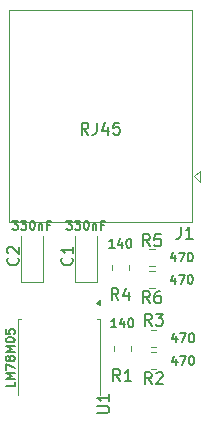
<source format=gto>
%TF.GenerationSoftware,KiCad,Pcbnew,8.0.4*%
%TF.CreationDate,2024-08-22T22:44:09+01:00*%
%TF.ProjectId,PicoChainTerminator,5069636f-4368-4616-996e-5465726d696e,v1.1*%
%TF.SameCoordinates,Original*%
%TF.FileFunction,Legend,Top*%
%TF.FilePolarity,Positive*%
%FSLAX46Y46*%
G04 Gerber Fmt 4.6, Leading zero omitted, Abs format (unit mm)*
G04 Created by KiCad (PCBNEW 8.0.4) date 2024-08-22 22:44:09*
%MOMM*%
%LPD*%
G01*
G04 APERTURE LIST*
%ADD10C,0.150000*%
%ADD11C,0.120000*%
G04 APERTURE END LIST*
D10*
X102726333Y-89598819D02*
X102393000Y-89122628D01*
X102154905Y-89598819D02*
X102154905Y-88598819D01*
X102154905Y-88598819D02*
X102535857Y-88598819D01*
X102535857Y-88598819D02*
X102631095Y-88646438D01*
X102631095Y-88646438D02*
X102678714Y-88694057D01*
X102678714Y-88694057D02*
X102726333Y-88789295D01*
X102726333Y-88789295D02*
X102726333Y-88932152D01*
X102726333Y-88932152D02*
X102678714Y-89027390D01*
X102678714Y-89027390D02*
X102631095Y-89075009D01*
X102631095Y-89075009D02*
X102535857Y-89122628D01*
X102535857Y-89122628D02*
X102154905Y-89122628D01*
X103583476Y-88598819D02*
X103393000Y-88598819D01*
X103393000Y-88598819D02*
X103297762Y-88646438D01*
X103297762Y-88646438D02*
X103250143Y-88694057D01*
X103250143Y-88694057D02*
X103154905Y-88836914D01*
X103154905Y-88836914D02*
X103107286Y-89027390D01*
X103107286Y-89027390D02*
X103107286Y-89408342D01*
X103107286Y-89408342D02*
X103154905Y-89503580D01*
X103154905Y-89503580D02*
X103202524Y-89551200D01*
X103202524Y-89551200D02*
X103297762Y-89598819D01*
X103297762Y-89598819D02*
X103488238Y-89598819D01*
X103488238Y-89598819D02*
X103583476Y-89551200D01*
X103583476Y-89551200D02*
X103631095Y-89503580D01*
X103631095Y-89503580D02*
X103678714Y-89408342D01*
X103678714Y-89408342D02*
X103678714Y-89170247D01*
X103678714Y-89170247D02*
X103631095Y-89075009D01*
X103631095Y-89075009D02*
X103583476Y-89027390D01*
X103583476Y-89027390D02*
X103488238Y-88979771D01*
X103488238Y-88979771D02*
X103297762Y-88979771D01*
X103297762Y-88979771D02*
X103202524Y-89027390D01*
X103202524Y-89027390D02*
X103154905Y-89075009D01*
X103154905Y-89075009D02*
X103107286Y-89170247D01*
X104838571Y-87469164D02*
X104838571Y-87969164D01*
X104659999Y-87183450D02*
X104481428Y-87719164D01*
X104481428Y-87719164D02*
X104945713Y-87719164D01*
X105159999Y-87219164D02*
X105659999Y-87219164D01*
X105659999Y-87219164D02*
X105338571Y-87969164D01*
X106088571Y-87219164D02*
X106160000Y-87219164D01*
X106160000Y-87219164D02*
X106231428Y-87254878D01*
X106231428Y-87254878D02*
X106267143Y-87290592D01*
X106267143Y-87290592D02*
X106302857Y-87362021D01*
X106302857Y-87362021D02*
X106338571Y-87504878D01*
X106338571Y-87504878D02*
X106338571Y-87683450D01*
X106338571Y-87683450D02*
X106302857Y-87826307D01*
X106302857Y-87826307D02*
X106267143Y-87897735D01*
X106267143Y-87897735D02*
X106231428Y-87933450D01*
X106231428Y-87933450D02*
X106160000Y-87969164D01*
X106160000Y-87969164D02*
X106088571Y-87969164D01*
X106088571Y-87969164D02*
X106017143Y-87933450D01*
X106017143Y-87933450D02*
X105981428Y-87897735D01*
X105981428Y-87897735D02*
X105945714Y-87826307D01*
X105945714Y-87826307D02*
X105910000Y-87683450D01*
X105910000Y-87683450D02*
X105910000Y-87504878D01*
X105910000Y-87504878D02*
X105945714Y-87362021D01*
X105945714Y-87362021D02*
X105981428Y-87290592D01*
X105981428Y-87290592D02*
X106017143Y-87254878D01*
X106017143Y-87254878D02*
X106088571Y-87219164D01*
X96117580Y-85764666D02*
X96165200Y-85812285D01*
X96165200Y-85812285D02*
X96212819Y-85955142D01*
X96212819Y-85955142D02*
X96212819Y-86050380D01*
X96212819Y-86050380D02*
X96165200Y-86193237D01*
X96165200Y-86193237D02*
X96069961Y-86288475D01*
X96069961Y-86288475D02*
X95974723Y-86336094D01*
X95974723Y-86336094D02*
X95784247Y-86383713D01*
X95784247Y-86383713D02*
X95641390Y-86383713D01*
X95641390Y-86383713D02*
X95450914Y-86336094D01*
X95450914Y-86336094D02*
X95355676Y-86288475D01*
X95355676Y-86288475D02*
X95260438Y-86193237D01*
X95260438Y-86193237D02*
X95212819Y-86050380D01*
X95212819Y-86050380D02*
X95212819Y-85955142D01*
X95212819Y-85955142D02*
X95260438Y-85812285D01*
X95260438Y-85812285D02*
X95308057Y-85764666D01*
X96212819Y-84812285D02*
X96212819Y-85383713D01*
X96212819Y-85097999D02*
X95212819Y-85097999D01*
X95212819Y-85097999D02*
X95355676Y-85193237D01*
X95355676Y-85193237D02*
X95450914Y-85288475D01*
X95450914Y-85288475D02*
X95498533Y-85383713D01*
X95656999Y-82647164D02*
X96121285Y-82647164D01*
X96121285Y-82647164D02*
X95871285Y-82932878D01*
X95871285Y-82932878D02*
X95978428Y-82932878D01*
X95978428Y-82932878D02*
X96049857Y-82968592D01*
X96049857Y-82968592D02*
X96085571Y-83004307D01*
X96085571Y-83004307D02*
X96121285Y-83075735D01*
X96121285Y-83075735D02*
X96121285Y-83254307D01*
X96121285Y-83254307D02*
X96085571Y-83325735D01*
X96085571Y-83325735D02*
X96049857Y-83361450D01*
X96049857Y-83361450D02*
X95978428Y-83397164D01*
X95978428Y-83397164D02*
X95764142Y-83397164D01*
X95764142Y-83397164D02*
X95692714Y-83361450D01*
X95692714Y-83361450D02*
X95656999Y-83325735D01*
X96371285Y-82647164D02*
X96835571Y-82647164D01*
X96835571Y-82647164D02*
X96585571Y-82932878D01*
X96585571Y-82932878D02*
X96692714Y-82932878D01*
X96692714Y-82932878D02*
X96764143Y-82968592D01*
X96764143Y-82968592D02*
X96799857Y-83004307D01*
X96799857Y-83004307D02*
X96835571Y-83075735D01*
X96835571Y-83075735D02*
X96835571Y-83254307D01*
X96835571Y-83254307D02*
X96799857Y-83325735D01*
X96799857Y-83325735D02*
X96764143Y-83361450D01*
X96764143Y-83361450D02*
X96692714Y-83397164D01*
X96692714Y-83397164D02*
X96478428Y-83397164D01*
X96478428Y-83397164D02*
X96407000Y-83361450D01*
X96407000Y-83361450D02*
X96371285Y-83325735D01*
X97299857Y-82647164D02*
X97371286Y-82647164D01*
X97371286Y-82647164D02*
X97442714Y-82682878D01*
X97442714Y-82682878D02*
X97478429Y-82718592D01*
X97478429Y-82718592D02*
X97514143Y-82790021D01*
X97514143Y-82790021D02*
X97549857Y-82932878D01*
X97549857Y-82932878D02*
X97549857Y-83111450D01*
X97549857Y-83111450D02*
X97514143Y-83254307D01*
X97514143Y-83254307D02*
X97478429Y-83325735D01*
X97478429Y-83325735D02*
X97442714Y-83361450D01*
X97442714Y-83361450D02*
X97371286Y-83397164D01*
X97371286Y-83397164D02*
X97299857Y-83397164D01*
X97299857Y-83397164D02*
X97228429Y-83361450D01*
X97228429Y-83361450D02*
X97192714Y-83325735D01*
X97192714Y-83325735D02*
X97157000Y-83254307D01*
X97157000Y-83254307D02*
X97121286Y-83111450D01*
X97121286Y-83111450D02*
X97121286Y-82932878D01*
X97121286Y-82932878D02*
X97157000Y-82790021D01*
X97157000Y-82790021D02*
X97192714Y-82718592D01*
X97192714Y-82718592D02*
X97228429Y-82682878D01*
X97228429Y-82682878D02*
X97299857Y-82647164D01*
X97871286Y-82897164D02*
X97871286Y-83397164D01*
X97871286Y-82968592D02*
X97907000Y-82932878D01*
X97907000Y-82932878D02*
X97978429Y-82897164D01*
X97978429Y-82897164D02*
X98085572Y-82897164D01*
X98085572Y-82897164D02*
X98157000Y-82932878D01*
X98157000Y-82932878D02*
X98192715Y-83004307D01*
X98192715Y-83004307D02*
X98192715Y-83397164D01*
X98799857Y-83004307D02*
X98549857Y-83004307D01*
X98549857Y-83397164D02*
X98549857Y-82647164D01*
X98549857Y-82647164D02*
X98907000Y-82647164D01*
X91545580Y-85764666D02*
X91593200Y-85812285D01*
X91593200Y-85812285D02*
X91640819Y-85955142D01*
X91640819Y-85955142D02*
X91640819Y-86050380D01*
X91640819Y-86050380D02*
X91593200Y-86193237D01*
X91593200Y-86193237D02*
X91497961Y-86288475D01*
X91497961Y-86288475D02*
X91402723Y-86336094D01*
X91402723Y-86336094D02*
X91212247Y-86383713D01*
X91212247Y-86383713D02*
X91069390Y-86383713D01*
X91069390Y-86383713D02*
X90878914Y-86336094D01*
X90878914Y-86336094D02*
X90783676Y-86288475D01*
X90783676Y-86288475D02*
X90688438Y-86193237D01*
X90688438Y-86193237D02*
X90640819Y-86050380D01*
X90640819Y-86050380D02*
X90640819Y-85955142D01*
X90640819Y-85955142D02*
X90688438Y-85812285D01*
X90688438Y-85812285D02*
X90736057Y-85764666D01*
X90736057Y-85383713D02*
X90688438Y-85336094D01*
X90688438Y-85336094D02*
X90640819Y-85240856D01*
X90640819Y-85240856D02*
X90640819Y-85002761D01*
X90640819Y-85002761D02*
X90688438Y-84907523D01*
X90688438Y-84907523D02*
X90736057Y-84859904D01*
X90736057Y-84859904D02*
X90831295Y-84812285D01*
X90831295Y-84812285D02*
X90926533Y-84812285D01*
X90926533Y-84812285D02*
X91069390Y-84859904D01*
X91069390Y-84859904D02*
X91640819Y-85431332D01*
X91640819Y-85431332D02*
X91640819Y-84812285D01*
X91084999Y-82647164D02*
X91549285Y-82647164D01*
X91549285Y-82647164D02*
X91299285Y-82932878D01*
X91299285Y-82932878D02*
X91406428Y-82932878D01*
X91406428Y-82932878D02*
X91477857Y-82968592D01*
X91477857Y-82968592D02*
X91513571Y-83004307D01*
X91513571Y-83004307D02*
X91549285Y-83075735D01*
X91549285Y-83075735D02*
X91549285Y-83254307D01*
X91549285Y-83254307D02*
X91513571Y-83325735D01*
X91513571Y-83325735D02*
X91477857Y-83361450D01*
X91477857Y-83361450D02*
X91406428Y-83397164D01*
X91406428Y-83397164D02*
X91192142Y-83397164D01*
X91192142Y-83397164D02*
X91120714Y-83361450D01*
X91120714Y-83361450D02*
X91084999Y-83325735D01*
X91799285Y-82647164D02*
X92263571Y-82647164D01*
X92263571Y-82647164D02*
X92013571Y-82932878D01*
X92013571Y-82932878D02*
X92120714Y-82932878D01*
X92120714Y-82932878D02*
X92192143Y-82968592D01*
X92192143Y-82968592D02*
X92227857Y-83004307D01*
X92227857Y-83004307D02*
X92263571Y-83075735D01*
X92263571Y-83075735D02*
X92263571Y-83254307D01*
X92263571Y-83254307D02*
X92227857Y-83325735D01*
X92227857Y-83325735D02*
X92192143Y-83361450D01*
X92192143Y-83361450D02*
X92120714Y-83397164D01*
X92120714Y-83397164D02*
X91906428Y-83397164D01*
X91906428Y-83397164D02*
X91835000Y-83361450D01*
X91835000Y-83361450D02*
X91799285Y-83325735D01*
X92727857Y-82647164D02*
X92799286Y-82647164D01*
X92799286Y-82647164D02*
X92870714Y-82682878D01*
X92870714Y-82682878D02*
X92906429Y-82718592D01*
X92906429Y-82718592D02*
X92942143Y-82790021D01*
X92942143Y-82790021D02*
X92977857Y-82932878D01*
X92977857Y-82932878D02*
X92977857Y-83111450D01*
X92977857Y-83111450D02*
X92942143Y-83254307D01*
X92942143Y-83254307D02*
X92906429Y-83325735D01*
X92906429Y-83325735D02*
X92870714Y-83361450D01*
X92870714Y-83361450D02*
X92799286Y-83397164D01*
X92799286Y-83397164D02*
X92727857Y-83397164D01*
X92727857Y-83397164D02*
X92656429Y-83361450D01*
X92656429Y-83361450D02*
X92620714Y-83325735D01*
X92620714Y-83325735D02*
X92585000Y-83254307D01*
X92585000Y-83254307D02*
X92549286Y-83111450D01*
X92549286Y-83111450D02*
X92549286Y-82932878D01*
X92549286Y-82932878D02*
X92585000Y-82790021D01*
X92585000Y-82790021D02*
X92620714Y-82718592D01*
X92620714Y-82718592D02*
X92656429Y-82682878D01*
X92656429Y-82682878D02*
X92727857Y-82647164D01*
X93299286Y-82897164D02*
X93299286Y-83397164D01*
X93299286Y-82968592D02*
X93335000Y-82932878D01*
X93335000Y-82932878D02*
X93406429Y-82897164D01*
X93406429Y-82897164D02*
X93513572Y-82897164D01*
X93513572Y-82897164D02*
X93585000Y-82932878D01*
X93585000Y-82932878D02*
X93620715Y-83004307D01*
X93620715Y-83004307D02*
X93620715Y-83397164D01*
X94227857Y-83004307D02*
X93977857Y-83004307D01*
X93977857Y-83397164D02*
X93977857Y-82647164D01*
X93977857Y-82647164D02*
X94335000Y-82647164D01*
X100059333Y-89344819D02*
X99726000Y-88868628D01*
X99487905Y-89344819D02*
X99487905Y-88344819D01*
X99487905Y-88344819D02*
X99868857Y-88344819D01*
X99868857Y-88344819D02*
X99964095Y-88392438D01*
X99964095Y-88392438D02*
X100011714Y-88440057D01*
X100011714Y-88440057D02*
X100059333Y-88535295D01*
X100059333Y-88535295D02*
X100059333Y-88678152D01*
X100059333Y-88678152D02*
X100011714Y-88773390D01*
X100011714Y-88773390D02*
X99964095Y-88821009D01*
X99964095Y-88821009D02*
X99868857Y-88868628D01*
X99868857Y-88868628D02*
X99487905Y-88868628D01*
X100916476Y-88678152D02*
X100916476Y-89344819D01*
X100678381Y-88297200D02*
X100440286Y-89011485D01*
X100440286Y-89011485D02*
X101059333Y-89011485D01*
X99725999Y-84911164D02*
X99297428Y-84911164D01*
X99511713Y-84911164D02*
X99511713Y-84161164D01*
X99511713Y-84161164D02*
X99440285Y-84268307D01*
X99440285Y-84268307D02*
X99368856Y-84339735D01*
X99368856Y-84339735D02*
X99297428Y-84375450D01*
X100368857Y-84411164D02*
X100368857Y-84911164D01*
X100190285Y-84125450D02*
X100011714Y-84661164D01*
X100011714Y-84661164D02*
X100475999Y-84661164D01*
X100904571Y-84161164D02*
X100976000Y-84161164D01*
X100976000Y-84161164D02*
X101047428Y-84196878D01*
X101047428Y-84196878D02*
X101083143Y-84232592D01*
X101083143Y-84232592D02*
X101118857Y-84304021D01*
X101118857Y-84304021D02*
X101154571Y-84446878D01*
X101154571Y-84446878D02*
X101154571Y-84625450D01*
X101154571Y-84625450D02*
X101118857Y-84768307D01*
X101118857Y-84768307D02*
X101083143Y-84839735D01*
X101083143Y-84839735D02*
X101047428Y-84875450D01*
X101047428Y-84875450D02*
X100976000Y-84911164D01*
X100976000Y-84911164D02*
X100904571Y-84911164D01*
X100904571Y-84911164D02*
X100833143Y-84875450D01*
X100833143Y-84875450D02*
X100797428Y-84839735D01*
X100797428Y-84839735D02*
X100761714Y-84768307D01*
X100761714Y-84768307D02*
X100726000Y-84625450D01*
X100726000Y-84625450D02*
X100726000Y-84446878D01*
X100726000Y-84446878D02*
X100761714Y-84304021D01*
X100761714Y-84304021D02*
X100797428Y-84232592D01*
X100797428Y-84232592D02*
X100833143Y-84196878D01*
X100833143Y-84196878D02*
X100904571Y-84161164D01*
X98283819Y-98901904D02*
X99093342Y-98901904D01*
X99093342Y-98901904D02*
X99188580Y-98854285D01*
X99188580Y-98854285D02*
X99236200Y-98806666D01*
X99236200Y-98806666D02*
X99283819Y-98711428D01*
X99283819Y-98711428D02*
X99283819Y-98520952D01*
X99283819Y-98520952D02*
X99236200Y-98425714D01*
X99236200Y-98425714D02*
X99188580Y-98378095D01*
X99188580Y-98378095D02*
X99093342Y-98330476D01*
X99093342Y-98330476D02*
X98283819Y-98330476D01*
X99283819Y-97330476D02*
X99283819Y-97901904D01*
X99283819Y-97616190D02*
X98283819Y-97616190D01*
X98283819Y-97616190D02*
X98426676Y-97711428D01*
X98426676Y-97711428D02*
X98521914Y-97806666D01*
X98521914Y-97806666D02*
X98569533Y-97901904D01*
X91271164Y-96287571D02*
X91271164Y-96644714D01*
X91271164Y-96644714D02*
X90521164Y-96644714D01*
X91271164Y-96037571D02*
X90521164Y-96037571D01*
X90521164Y-96037571D02*
X91056878Y-95787571D01*
X91056878Y-95787571D02*
X90521164Y-95537571D01*
X90521164Y-95537571D02*
X91271164Y-95537571D01*
X90521164Y-95251857D02*
X90521164Y-94751857D01*
X90521164Y-94751857D02*
X91271164Y-95073285D01*
X90842592Y-94358999D02*
X90806878Y-94430428D01*
X90806878Y-94430428D02*
X90771164Y-94466142D01*
X90771164Y-94466142D02*
X90699735Y-94501856D01*
X90699735Y-94501856D02*
X90664021Y-94501856D01*
X90664021Y-94501856D02*
X90592592Y-94466142D01*
X90592592Y-94466142D02*
X90556878Y-94430428D01*
X90556878Y-94430428D02*
X90521164Y-94358999D01*
X90521164Y-94358999D02*
X90521164Y-94216142D01*
X90521164Y-94216142D02*
X90556878Y-94144714D01*
X90556878Y-94144714D02*
X90592592Y-94108999D01*
X90592592Y-94108999D02*
X90664021Y-94073285D01*
X90664021Y-94073285D02*
X90699735Y-94073285D01*
X90699735Y-94073285D02*
X90771164Y-94108999D01*
X90771164Y-94108999D02*
X90806878Y-94144714D01*
X90806878Y-94144714D02*
X90842592Y-94216142D01*
X90842592Y-94216142D02*
X90842592Y-94358999D01*
X90842592Y-94358999D02*
X90878307Y-94430428D01*
X90878307Y-94430428D02*
X90914021Y-94466142D01*
X90914021Y-94466142D02*
X90985450Y-94501856D01*
X90985450Y-94501856D02*
X91128307Y-94501856D01*
X91128307Y-94501856D02*
X91199735Y-94466142D01*
X91199735Y-94466142D02*
X91235450Y-94430428D01*
X91235450Y-94430428D02*
X91271164Y-94358999D01*
X91271164Y-94358999D02*
X91271164Y-94216142D01*
X91271164Y-94216142D02*
X91235450Y-94144714D01*
X91235450Y-94144714D02*
X91199735Y-94108999D01*
X91199735Y-94108999D02*
X91128307Y-94073285D01*
X91128307Y-94073285D02*
X90985450Y-94073285D01*
X90985450Y-94073285D02*
X90914021Y-94108999D01*
X90914021Y-94108999D02*
X90878307Y-94144714D01*
X90878307Y-94144714D02*
X90842592Y-94216142D01*
X91271164Y-93751856D02*
X90521164Y-93751856D01*
X90521164Y-93751856D02*
X91056878Y-93501856D01*
X91056878Y-93501856D02*
X90521164Y-93251856D01*
X90521164Y-93251856D02*
X91271164Y-93251856D01*
X90521164Y-92751856D02*
X90521164Y-92680427D01*
X90521164Y-92680427D02*
X90556878Y-92608999D01*
X90556878Y-92608999D02*
X90592592Y-92573285D01*
X90592592Y-92573285D02*
X90664021Y-92537570D01*
X90664021Y-92537570D02*
X90806878Y-92501856D01*
X90806878Y-92501856D02*
X90985450Y-92501856D01*
X90985450Y-92501856D02*
X91128307Y-92537570D01*
X91128307Y-92537570D02*
X91199735Y-92573285D01*
X91199735Y-92573285D02*
X91235450Y-92608999D01*
X91235450Y-92608999D02*
X91271164Y-92680427D01*
X91271164Y-92680427D02*
X91271164Y-92751856D01*
X91271164Y-92751856D02*
X91235450Y-92823285D01*
X91235450Y-92823285D02*
X91199735Y-92858999D01*
X91199735Y-92858999D02*
X91128307Y-92894713D01*
X91128307Y-92894713D02*
X90985450Y-92930427D01*
X90985450Y-92930427D02*
X90806878Y-92930427D01*
X90806878Y-92930427D02*
X90664021Y-92894713D01*
X90664021Y-92894713D02*
X90592592Y-92858999D01*
X90592592Y-92858999D02*
X90556878Y-92823285D01*
X90556878Y-92823285D02*
X90521164Y-92751856D01*
X90521164Y-91823284D02*
X90521164Y-92180427D01*
X90521164Y-92180427D02*
X90878307Y-92216141D01*
X90878307Y-92216141D02*
X90842592Y-92180427D01*
X90842592Y-92180427D02*
X90806878Y-92108999D01*
X90806878Y-92108999D02*
X90806878Y-91930427D01*
X90806878Y-91930427D02*
X90842592Y-91858999D01*
X90842592Y-91858999D02*
X90878307Y-91823284D01*
X90878307Y-91823284D02*
X90949735Y-91787570D01*
X90949735Y-91787570D02*
X91128307Y-91787570D01*
X91128307Y-91787570D02*
X91199735Y-91823284D01*
X91199735Y-91823284D02*
X91235450Y-91858999D01*
X91235450Y-91858999D02*
X91271164Y-91930427D01*
X91271164Y-91930427D02*
X91271164Y-92108999D01*
X91271164Y-92108999D02*
X91235450Y-92180427D01*
X91235450Y-92180427D02*
X91199735Y-92216141D01*
X102876833Y-96456819D02*
X102543500Y-95980628D01*
X102305405Y-96456819D02*
X102305405Y-95456819D01*
X102305405Y-95456819D02*
X102686357Y-95456819D01*
X102686357Y-95456819D02*
X102781595Y-95504438D01*
X102781595Y-95504438D02*
X102829214Y-95552057D01*
X102829214Y-95552057D02*
X102876833Y-95647295D01*
X102876833Y-95647295D02*
X102876833Y-95790152D01*
X102876833Y-95790152D02*
X102829214Y-95885390D01*
X102829214Y-95885390D02*
X102781595Y-95933009D01*
X102781595Y-95933009D02*
X102686357Y-95980628D01*
X102686357Y-95980628D02*
X102305405Y-95980628D01*
X103257786Y-95552057D02*
X103305405Y-95504438D01*
X103305405Y-95504438D02*
X103400643Y-95456819D01*
X103400643Y-95456819D02*
X103638738Y-95456819D01*
X103638738Y-95456819D02*
X103733976Y-95504438D01*
X103733976Y-95504438D02*
X103781595Y-95552057D01*
X103781595Y-95552057D02*
X103829214Y-95647295D01*
X103829214Y-95647295D02*
X103829214Y-95742533D01*
X103829214Y-95742533D02*
X103781595Y-95885390D01*
X103781595Y-95885390D02*
X103210167Y-96456819D01*
X103210167Y-96456819D02*
X103829214Y-96456819D01*
X104965571Y-94327164D02*
X104965571Y-94827164D01*
X104786999Y-94041450D02*
X104608428Y-94577164D01*
X104608428Y-94577164D02*
X105072713Y-94577164D01*
X105286999Y-94077164D02*
X105786999Y-94077164D01*
X105786999Y-94077164D02*
X105465571Y-94827164D01*
X106215571Y-94077164D02*
X106287000Y-94077164D01*
X106287000Y-94077164D02*
X106358428Y-94112878D01*
X106358428Y-94112878D02*
X106394143Y-94148592D01*
X106394143Y-94148592D02*
X106429857Y-94220021D01*
X106429857Y-94220021D02*
X106465571Y-94362878D01*
X106465571Y-94362878D02*
X106465571Y-94541450D01*
X106465571Y-94541450D02*
X106429857Y-94684307D01*
X106429857Y-94684307D02*
X106394143Y-94755735D01*
X106394143Y-94755735D02*
X106358428Y-94791450D01*
X106358428Y-94791450D02*
X106287000Y-94827164D01*
X106287000Y-94827164D02*
X106215571Y-94827164D01*
X106215571Y-94827164D02*
X106144143Y-94791450D01*
X106144143Y-94791450D02*
X106108428Y-94755735D01*
X106108428Y-94755735D02*
X106072714Y-94684307D01*
X106072714Y-94684307D02*
X106037000Y-94541450D01*
X106037000Y-94541450D02*
X106037000Y-94362878D01*
X106037000Y-94362878D02*
X106072714Y-94220021D01*
X106072714Y-94220021D02*
X106108428Y-94148592D01*
X106108428Y-94148592D02*
X106144143Y-94112878D01*
X106144143Y-94112878D02*
X106215571Y-94077164D01*
X102876833Y-91503819D02*
X102543500Y-91027628D01*
X102305405Y-91503819D02*
X102305405Y-90503819D01*
X102305405Y-90503819D02*
X102686357Y-90503819D01*
X102686357Y-90503819D02*
X102781595Y-90551438D01*
X102781595Y-90551438D02*
X102829214Y-90599057D01*
X102829214Y-90599057D02*
X102876833Y-90694295D01*
X102876833Y-90694295D02*
X102876833Y-90837152D01*
X102876833Y-90837152D02*
X102829214Y-90932390D01*
X102829214Y-90932390D02*
X102781595Y-90980009D01*
X102781595Y-90980009D02*
X102686357Y-91027628D01*
X102686357Y-91027628D02*
X102305405Y-91027628D01*
X103210167Y-90503819D02*
X103829214Y-90503819D01*
X103829214Y-90503819D02*
X103495881Y-90884771D01*
X103495881Y-90884771D02*
X103638738Y-90884771D01*
X103638738Y-90884771D02*
X103733976Y-90932390D01*
X103733976Y-90932390D02*
X103781595Y-90980009D01*
X103781595Y-90980009D02*
X103829214Y-91075247D01*
X103829214Y-91075247D02*
X103829214Y-91313342D01*
X103829214Y-91313342D02*
X103781595Y-91408580D01*
X103781595Y-91408580D02*
X103733976Y-91456200D01*
X103733976Y-91456200D02*
X103638738Y-91503819D01*
X103638738Y-91503819D02*
X103353024Y-91503819D01*
X103353024Y-91503819D02*
X103257786Y-91456200D01*
X103257786Y-91456200D02*
X103210167Y-91408580D01*
X104965571Y-92412164D02*
X104965571Y-92912164D01*
X104786999Y-92126450D02*
X104608428Y-92662164D01*
X104608428Y-92662164D02*
X105072713Y-92662164D01*
X105286999Y-92162164D02*
X105786999Y-92162164D01*
X105786999Y-92162164D02*
X105465571Y-92912164D01*
X106215571Y-92162164D02*
X106287000Y-92162164D01*
X106287000Y-92162164D02*
X106358428Y-92197878D01*
X106358428Y-92197878D02*
X106394143Y-92233592D01*
X106394143Y-92233592D02*
X106429857Y-92305021D01*
X106429857Y-92305021D02*
X106465571Y-92447878D01*
X106465571Y-92447878D02*
X106465571Y-92626450D01*
X106465571Y-92626450D02*
X106429857Y-92769307D01*
X106429857Y-92769307D02*
X106394143Y-92840735D01*
X106394143Y-92840735D02*
X106358428Y-92876450D01*
X106358428Y-92876450D02*
X106287000Y-92912164D01*
X106287000Y-92912164D02*
X106215571Y-92912164D01*
X106215571Y-92912164D02*
X106144143Y-92876450D01*
X106144143Y-92876450D02*
X106108428Y-92840735D01*
X106108428Y-92840735D02*
X106072714Y-92769307D01*
X106072714Y-92769307D02*
X106037000Y-92626450D01*
X106037000Y-92626450D02*
X106037000Y-92447878D01*
X106037000Y-92447878D02*
X106072714Y-92305021D01*
X106072714Y-92305021D02*
X106108428Y-92233592D01*
X106108428Y-92233592D02*
X106144143Y-92197878D01*
X106144143Y-92197878D02*
X106215571Y-92162164D01*
X100209833Y-96202819D02*
X99876500Y-95726628D01*
X99638405Y-96202819D02*
X99638405Y-95202819D01*
X99638405Y-95202819D02*
X100019357Y-95202819D01*
X100019357Y-95202819D02*
X100114595Y-95250438D01*
X100114595Y-95250438D02*
X100162214Y-95298057D01*
X100162214Y-95298057D02*
X100209833Y-95393295D01*
X100209833Y-95393295D02*
X100209833Y-95536152D01*
X100209833Y-95536152D02*
X100162214Y-95631390D01*
X100162214Y-95631390D02*
X100114595Y-95679009D01*
X100114595Y-95679009D02*
X100019357Y-95726628D01*
X100019357Y-95726628D02*
X99638405Y-95726628D01*
X101162214Y-96202819D02*
X100590786Y-96202819D01*
X100876500Y-96202819D02*
X100876500Y-95202819D01*
X100876500Y-95202819D02*
X100781262Y-95345676D01*
X100781262Y-95345676D02*
X100686024Y-95440914D01*
X100686024Y-95440914D02*
X100590786Y-95488533D01*
X99876499Y-91642164D02*
X99447928Y-91642164D01*
X99662213Y-91642164D02*
X99662213Y-90892164D01*
X99662213Y-90892164D02*
X99590785Y-90999307D01*
X99590785Y-90999307D02*
X99519356Y-91070735D01*
X99519356Y-91070735D02*
X99447928Y-91106450D01*
X100519357Y-91142164D02*
X100519357Y-91642164D01*
X100340785Y-90856450D02*
X100162214Y-91392164D01*
X100162214Y-91392164D02*
X100626499Y-91392164D01*
X101055071Y-90892164D02*
X101126500Y-90892164D01*
X101126500Y-90892164D02*
X101197928Y-90927878D01*
X101197928Y-90927878D02*
X101233643Y-90963592D01*
X101233643Y-90963592D02*
X101269357Y-91035021D01*
X101269357Y-91035021D02*
X101305071Y-91177878D01*
X101305071Y-91177878D02*
X101305071Y-91356450D01*
X101305071Y-91356450D02*
X101269357Y-91499307D01*
X101269357Y-91499307D02*
X101233643Y-91570735D01*
X101233643Y-91570735D02*
X101197928Y-91606450D01*
X101197928Y-91606450D02*
X101126500Y-91642164D01*
X101126500Y-91642164D02*
X101055071Y-91642164D01*
X101055071Y-91642164D02*
X100983643Y-91606450D01*
X100983643Y-91606450D02*
X100947928Y-91570735D01*
X100947928Y-91570735D02*
X100912214Y-91499307D01*
X100912214Y-91499307D02*
X100876500Y-91356450D01*
X100876500Y-91356450D02*
X100876500Y-91177878D01*
X100876500Y-91177878D02*
X100912214Y-91035021D01*
X100912214Y-91035021D02*
X100947928Y-90963592D01*
X100947928Y-90963592D02*
X100983643Y-90927878D01*
X100983643Y-90927878D02*
X101055071Y-90892164D01*
X105353666Y-83137819D02*
X105353666Y-83852104D01*
X105353666Y-83852104D02*
X105306047Y-83994961D01*
X105306047Y-83994961D02*
X105210809Y-84090200D01*
X105210809Y-84090200D02*
X105067952Y-84137819D01*
X105067952Y-84137819D02*
X104972714Y-84137819D01*
X106353666Y-84137819D02*
X105782238Y-84137819D01*
X106067952Y-84137819D02*
X106067952Y-83137819D01*
X106067952Y-83137819D02*
X105972714Y-83280676D01*
X105972714Y-83280676D02*
X105877476Y-83375914D01*
X105877476Y-83375914D02*
X105782238Y-83423533D01*
X97515690Y-75331819D02*
X97182357Y-74855628D01*
X96944262Y-75331819D02*
X96944262Y-74331819D01*
X96944262Y-74331819D02*
X97325214Y-74331819D01*
X97325214Y-74331819D02*
X97420452Y-74379438D01*
X97420452Y-74379438D02*
X97468071Y-74427057D01*
X97468071Y-74427057D02*
X97515690Y-74522295D01*
X97515690Y-74522295D02*
X97515690Y-74665152D01*
X97515690Y-74665152D02*
X97468071Y-74760390D01*
X97468071Y-74760390D02*
X97420452Y-74808009D01*
X97420452Y-74808009D02*
X97325214Y-74855628D01*
X97325214Y-74855628D02*
X96944262Y-74855628D01*
X98229976Y-74331819D02*
X98229976Y-75046104D01*
X98229976Y-75046104D02*
X98182357Y-75188961D01*
X98182357Y-75188961D02*
X98087119Y-75284200D01*
X98087119Y-75284200D02*
X97944262Y-75331819D01*
X97944262Y-75331819D02*
X97849024Y-75331819D01*
X99134738Y-74665152D02*
X99134738Y-75331819D01*
X98896643Y-74284200D02*
X98658548Y-74998485D01*
X98658548Y-74998485D02*
X99277595Y-74998485D01*
X100134738Y-74331819D02*
X99658548Y-74331819D01*
X99658548Y-74331819D02*
X99610929Y-74808009D01*
X99610929Y-74808009D02*
X99658548Y-74760390D01*
X99658548Y-74760390D02*
X99753786Y-74712771D01*
X99753786Y-74712771D02*
X99991881Y-74712771D01*
X99991881Y-74712771D02*
X100087119Y-74760390D01*
X100087119Y-74760390D02*
X100134738Y-74808009D01*
X100134738Y-74808009D02*
X100182357Y-74903247D01*
X100182357Y-74903247D02*
X100182357Y-75141342D01*
X100182357Y-75141342D02*
X100134738Y-75236580D01*
X100134738Y-75236580D02*
X100087119Y-75284200D01*
X100087119Y-75284200D02*
X99991881Y-75331819D01*
X99991881Y-75331819D02*
X99753786Y-75331819D01*
X99753786Y-75331819D02*
X99658548Y-75284200D01*
X99658548Y-75284200D02*
X99610929Y-75236580D01*
X102726333Y-84772819D02*
X102393000Y-84296628D01*
X102154905Y-84772819D02*
X102154905Y-83772819D01*
X102154905Y-83772819D02*
X102535857Y-83772819D01*
X102535857Y-83772819D02*
X102631095Y-83820438D01*
X102631095Y-83820438D02*
X102678714Y-83868057D01*
X102678714Y-83868057D02*
X102726333Y-83963295D01*
X102726333Y-83963295D02*
X102726333Y-84106152D01*
X102726333Y-84106152D02*
X102678714Y-84201390D01*
X102678714Y-84201390D02*
X102631095Y-84249009D01*
X102631095Y-84249009D02*
X102535857Y-84296628D01*
X102535857Y-84296628D02*
X102154905Y-84296628D01*
X103631095Y-83772819D02*
X103154905Y-83772819D01*
X103154905Y-83772819D02*
X103107286Y-84249009D01*
X103107286Y-84249009D02*
X103154905Y-84201390D01*
X103154905Y-84201390D02*
X103250143Y-84153771D01*
X103250143Y-84153771D02*
X103488238Y-84153771D01*
X103488238Y-84153771D02*
X103583476Y-84201390D01*
X103583476Y-84201390D02*
X103631095Y-84249009D01*
X103631095Y-84249009D02*
X103678714Y-84344247D01*
X103678714Y-84344247D02*
X103678714Y-84582342D01*
X103678714Y-84582342D02*
X103631095Y-84677580D01*
X103631095Y-84677580D02*
X103583476Y-84725200D01*
X103583476Y-84725200D02*
X103488238Y-84772819D01*
X103488238Y-84772819D02*
X103250143Y-84772819D01*
X103250143Y-84772819D02*
X103154905Y-84725200D01*
X103154905Y-84725200D02*
X103107286Y-84677580D01*
X104838571Y-85564164D02*
X104838571Y-86064164D01*
X104659999Y-85278450D02*
X104481428Y-85814164D01*
X104481428Y-85814164D02*
X104945713Y-85814164D01*
X105159999Y-85314164D02*
X105659999Y-85314164D01*
X105659999Y-85314164D02*
X105338571Y-86064164D01*
X106088571Y-85314164D02*
X106160000Y-85314164D01*
X106160000Y-85314164D02*
X106231428Y-85349878D01*
X106231428Y-85349878D02*
X106267143Y-85385592D01*
X106267143Y-85385592D02*
X106302857Y-85457021D01*
X106302857Y-85457021D02*
X106338571Y-85599878D01*
X106338571Y-85599878D02*
X106338571Y-85778450D01*
X106338571Y-85778450D02*
X106302857Y-85921307D01*
X106302857Y-85921307D02*
X106267143Y-85992735D01*
X106267143Y-85992735D02*
X106231428Y-86028450D01*
X106231428Y-86028450D02*
X106160000Y-86064164D01*
X106160000Y-86064164D02*
X106088571Y-86064164D01*
X106088571Y-86064164D02*
X106017143Y-86028450D01*
X106017143Y-86028450D02*
X105981428Y-85992735D01*
X105981428Y-85992735D02*
X105945714Y-85921307D01*
X105945714Y-85921307D02*
X105910000Y-85778450D01*
X105910000Y-85778450D02*
X105910000Y-85599878D01*
X105910000Y-85599878D02*
X105945714Y-85457021D01*
X105945714Y-85457021D02*
X105981428Y-85385592D01*
X105981428Y-85385592D02*
X106017143Y-85349878D01*
X106017143Y-85349878D02*
X106088571Y-85314164D01*
D11*
%TO.C,R6*%
X102665936Y-86885000D02*
X103120064Y-86885000D01*
X102665936Y-88355000D02*
X103120064Y-88355000D01*
%TO.C,C1*%
X96378500Y-83900000D02*
X96378500Y-87810000D01*
X96378500Y-87810000D02*
X98248500Y-87810000D01*
X98248500Y-87810000D02*
X98248500Y-83900000D01*
%TO.C,C2*%
X91806500Y-83900000D02*
X91806500Y-87810000D01*
X91806500Y-87810000D02*
X93676500Y-87810000D01*
X93676500Y-87810000D02*
X93676500Y-83900000D01*
%TO.C,R4*%
X99491000Y-86376936D02*
X99491000Y-86831064D01*
X100961000Y-86376936D02*
X100961000Y-86831064D01*
%TO.C,U1*%
X91575000Y-90980000D02*
X91845000Y-90980000D01*
X91575000Y-97400000D02*
X91575000Y-90980000D01*
X98475000Y-90980000D02*
X98205000Y-90980000D01*
X98475000Y-97400000D02*
X98475000Y-90980000D01*
X98495000Y-89800000D02*
X98165000Y-89560000D01*
X98495000Y-89320000D01*
X98495000Y-89800000D01*
G36*
X98495000Y-89800000D02*
G01*
X98165000Y-89560000D01*
X98495000Y-89320000D01*
X98495000Y-89800000D01*
G37*
%TO.C,R2*%
X102816436Y-93743000D02*
X103270564Y-93743000D01*
X102816436Y-95213000D02*
X103270564Y-95213000D01*
%TO.C,R3*%
X102816436Y-91838000D02*
X103270564Y-91838000D01*
X102816436Y-93308000D02*
X103270564Y-93308000D01*
%TO.C,R1*%
X99641500Y-93689064D02*
X99641500Y-93234936D01*
X101111500Y-93689064D02*
X101111500Y-93234936D01*
%TO.C,J1*%
X90779500Y-82757000D02*
X90779500Y-64797000D01*
X90779500Y-82757000D02*
X106299500Y-82757000D01*
X106299500Y-64797000D02*
X90779500Y-64797000D01*
X106299500Y-82757000D02*
X106299500Y-64797000D01*
X106484500Y-78877000D02*
X106984500Y-79377000D01*
X106984500Y-78377000D02*
X106484500Y-78877000D01*
X106984500Y-79377000D02*
X106984500Y-78377000D01*
%TO.C,R5*%
X102665936Y-84980000D02*
X103120064Y-84980000D01*
X102665936Y-86450000D02*
X103120064Y-86450000D01*
%TD*%
M02*

</source>
